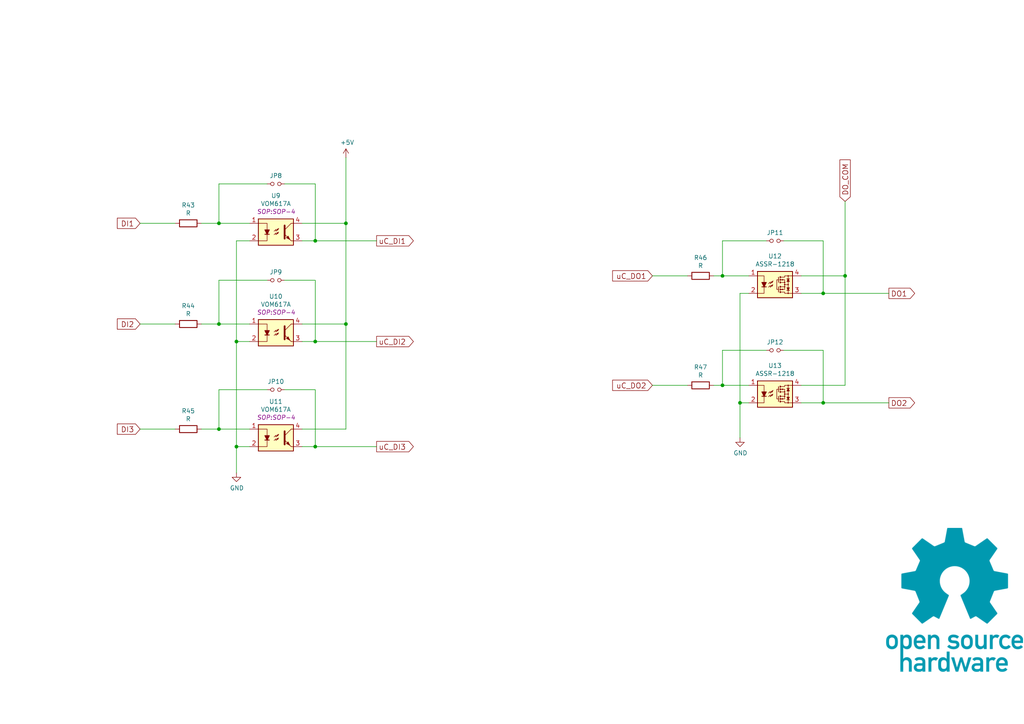
<source format=kicad_sch>
(kicad_sch (version 20231120) (generator "eeschema") (generator_version "8.0")
  (paper "A4")
  (title_block (title "Acondicionamiento E/S proposito general") (date "2016-08-18") (rev "V.0.1") (company "ATMEGA328-Motor-Board") (comment 2 "Creada por Antonio Morales") (comment 3 "Documentación en https://github.com/AntonioMR/ATMEGA328-Motor-Board") (comment 4 "ATMEGA328-Motor-Board"))
  (lib_symbols
    (symbol "ATMEGA328_Motor_Board-rescue:+5V" (power) (pin_names (offset 0))
      (property "Value" "+5V" (at 0 3.556 0))
      (symbol "+5V_0_1"
        (polyline (pts (xy -0.762 1.27) (xy 0 2.54)))
        (polyline (pts (xy 0 0) (xy 0 2.54)))
        (polyline (pts (xy 0 2.54) (xy 0.762 1.27)))
      )
      (symbol "+5V_1_1"
        (pin power_in line (at 0 0 90) (length 0) hide (name "+5V") (number "1"))
      )
    )
    (symbol "ATMEGA328_Motor_Board-rescue:ASSR-1218" (pin_names (offset 1.016))
      (property "Reference" "U" (at -5.08 5.08 0))
      (property "Value" "ASSR-1218" (at 0 5.08 0))
      (property "Footprint" "Opto-Devices:Optocoupler_SMD_ReflowWaveSoldering_KPC357_LTV35x_PC357_SingleChannel" (at -5.08 -5.08 0))
      (symbol "ASSR-1218_0_1"
        (rectangle (start -5.08 3.81) (end 5.08 -3.81) (stroke (width 0.254)) (fill (type background)))
        (polyline (pts (xy -3.81 -0.635) (xy -2.54 -0.635)) (stroke (width 0.254)))
        (polyline (pts (xy 1.016 -0.635) (xy 1.016 -2.159)) (stroke (width 0.2032)))
        (polyline (pts (xy 1.016 2.159) (xy 1.016 0.635)) (stroke (width 0.2032)))
        (polyline (pts (xy 1.524 -0.508) (xy 1.524 -0.762)) (stroke (width 0.3556)))
        (polyline (pts (xy 2.794 0) (xy 3.81 0)))
        (polyline (pts (xy 3.429 -1.651) (xy 4.191 -1.651)) (stroke (width 0.2032)))
        (polyline (pts (xy 3.429 1.651) (xy 4.191 1.651)) (stroke (width 0.2032)))
        (polyline (pts (xy 3.81 0) (xy 3.81 -2.54)))
        (polyline (pts (xy 3.81 0) (xy 3.81 2.54)))
        (polyline (pts (xy -5.08 2.54) (xy -3.175 2.54) (xy -3.175 0.635)))
        (polyline (pts (xy -3.175 -0.635) (xy -3.175 -2.54) (xy -5.08 -2.54)))
        (polyline (pts (xy 1.524 -2.032) (xy 1.524 -2.286) (xy 1.524 -2.286)) (stroke (width 0.3556)))
        (polyline (pts (xy 1.524 -1.27) (xy 1.524 -1.524) (xy 1.524 -1.524)) (stroke (width 0.3556)))
        (polyline (pts (xy 1.524 0.762) (xy 1.524 0.508) (xy 1.524 0.508)) (stroke (width 0.3556)))
        (polyline (pts (xy 1.524 1.524) (xy 1.524 1.27) (xy 1.524 1.27)) (stroke (width 0.3556)))
        (polyline (pts (xy 1.524 2.286) (xy 1.524 2.032) (xy 1.524 2.032)) (stroke (width 0.3556)))
        (polyline (pts (xy 1.651 -1.397) (xy 2.794 -1.397) (xy 2.794 -0.635)))
        (polyline (pts (xy 1.651 1.397) (xy 2.794 1.397) (xy 2.794 0.635)))
        (polyline (pts (xy -3.175 -0.635) (xy -3.81 0.635) (xy -2.54 0.635) (xy -3.175 -0.635)) (stroke (width 0.254)) (fill (type outline)))
        (polyline (pts (xy -1.905 0.254) (xy -1.3716 0.762) (xy -1.3716 0.254) (xy -0.6096 1.016)))
        (polyline (pts (xy -0.6096 1.016) (xy -1.1176 0.762) (xy -0.8636 0.508) (xy -0.6096 1.016)))
        (polyline (pts (xy 1.016 -1.397) (xy 0.508 -1.397) (xy 0.508 1.397) (xy 1.016 1.397)))
        (polyline (pts (xy 1.651 -2.159) (xy 2.794 -2.159) (xy 2.794 -2.54) (xy 5.08 -2.54)))
        (polyline (pts (xy 1.651 -0.635) (xy 2.794 -0.635) (xy 2.794 0.635) (xy 1.651 0.635)))
        (polyline (pts (xy 1.651 2.159) (xy 2.794 2.159) (xy 2.794 2.54) (xy 5.08 2.54)))
        (polyline (pts (xy 1.778 -1.397) (xy 2.286 -1.27) (xy 2.286 -1.524) (xy 1.778 -1.397)))
        (polyline (pts (xy 1.778 1.397) (xy 2.286 1.524) (xy 2.286 1.27) (xy 1.778 1.397)))
        (polyline (pts (xy 3.81 -1.651) (xy 3.429 -0.889) (xy 4.191 -0.889) (xy 3.81 -1.651)) (fill (type outline)))
        (polyline (pts (xy 3.81 1.651) (xy 3.429 0.889) (xy 4.191 0.889) (xy 3.81 1.651)) (fill (type outline)))
        (polyline (pts (xy -1.905 -0.762) (xy -1.3716 -0.254) (xy -1.3716 -0.762) (xy -0.6096 0) (xy -1.1176 -0.254) (xy -0.8636 -0.508) (xy -0.6096 0)))
        (circle (center 2.794 -0.635) (radius 0.127))
        (circle (center 2.794 0) (radius 0.127))
        (circle (center 2.794 0.635) (radius 0.127))
        (circle (center 3.81 -2.54) (radius 0.127))
        (circle (center 3.81 0) (radius 0.127))
        (circle (center 3.81 2.54) (radius 0.127))
      )
      (symbol "ASSR-1218_1_1"
        (pin passive line (at -7.62 2.54 0) (length 2.54) (name "~") (number "1"))
        (pin passive line (at -7.62 -2.54 0) (length 2.54) (name "~") (number "2"))
        (pin passive line (at 7.62 -2.54 180) (length 2.54) (name "~") (number "3"))
        (pin passive line (at 7.62 2.54 180) (length 2.54) (name "~") (number "4"))
      )
    )
    (symbol "ATMEGA328_Motor_Board-rescue:GND" (power) (pin_names (offset 0))
      (property "Value" "GND" (at 0 -3.81 0))
      (symbol "GND_0_1"
        (polyline (pts (xy 0 0) (xy 0 -1.27) (xy 1.27 -1.27) (xy 0 -2.54) (xy -1.27 -1.27) (xy 0 -1.27)))
      )
      (symbol "GND_1_1"
        (pin power_in line (at 0 0 270) (length 0) hide (name "GND") (number "1"))
      )
    )
    (symbol "ATMEGA328_Motor_Board-rescue:Jumper_NO_Small" (pin_numbers hide) (pin_names (offset 0.762) hide)
      (property "Reference" "JP" (at 0 2.032 0))
      (symbol "Jumper_NO_Small_0_1"
        (circle (center -1.016 0) (radius 0.508))
        (circle (center 1.016 0) (radius 0.508))
        (pin passive line (at -2.54 0 0) (length 1.016) (name "1") (number "1"))
        (pin passive line (at 2.54 0 180) (length 1.016) (name "2") (number "2"))
      )
    )
    (symbol "ATMEGA328_Motor_Board-rescue:R" (pin_numbers hide) (pin_names (offset 0))
      (property "Reference" "R" (at 2.032 0 90))
      (property "Value" "R" (at 0 0 90))
      (symbol "R_0_1"
        (rectangle (start -1.016 -2.54) (end 1.016 2.54) (stroke (width 0.254)))
      )
      (symbol "R_1_1"
        (pin passive line (at 0 3.81 270) (length 1.27) (name "~") (number "1"))
        (pin passive line (at 0 -3.81 90) (length 1.27) (name "~") (number "2"))
      )
    )
    (symbol "ATMEGA328_Motor_Board-rescue:VOM617A" (pin_names (offset 1.016))
      (property "Reference" "U" (at -5.08 5.08 0))
      (property "Value" "VOM617A" (at 0 5.08 0))
      (property "Footprint" "SOP-4" (at -5.08 -5.08 0))
      (symbol "VOM617A_0_1"
        (rectangle (start -5.08 3.81) (end 5.08 -3.81) (stroke (width 0.254)) (fill (type background)))
        (polyline (pts (xy -3.175 -0.635) (xy -1.905 -0.635)) (stroke (width 0.254)))
        (polyline (pts (xy 2.54 0.635) (xy 4.445 2.54)))
        (polyline (pts (xy 4.445 -2.54) (xy 2.54 -0.635)) (fill (type outline)))
        (polyline (pts (xy 4.445 -2.54) (xy 5.08 -2.54)))
        (polyline (pts (xy 4.445 2.54) (xy 5.08 2.54)))
        (polyline (pts (xy -5.08 2.54) (xy -2.54 2.54) (xy -2.54 0.635)))
        (polyline (pts (xy -2.54 -0.635) (xy -2.54 -2.54) (xy -5.08 -2.54)))
        (polyline (pts (xy 2.54 1.905) (xy 2.54 -1.905) (xy 2.54 -1.905)) (stroke (width 0.508)))
        (polyline (pts (xy -2.54 -0.635) (xy -3.175 0.635) (xy -1.905 0.635) (xy -2.54 -0.635)) (stroke (width 0.254)) (fill (type outline)))
        (polyline (pts (xy -0.508 0.254) (xy 0.0254 0.762) (xy 0.0254 0.254) (xy 0.7874 1.016)))
        (polyline (pts (xy 0.7874 1.016) (xy 0.2794 0.762) (xy 0.5334 0.508) (xy 0.7874 1.016)))
        (polyline (pts (xy 3.048 -1.651) (xy 3.556 -1.143) (xy 4.064 -2.159) (xy 3.048 -1.651) (xy 3.048 -1.651)) (fill (type outline)))
        (polyline (pts (xy -0.508 -0.762) (xy 0.0254 -0.254) (xy 0.0254 -0.762) (xy 0.7874 0) (xy 0.2794 -0.254) (xy 0.5334 -0.508) (xy 0.7874 0)))
      )
      (symbol "VOM617A_1_1"
        (pin passive line (at -7.62 2.54 0) (length 2.54) (name "~") (number "1"))
        (pin passive line (at -7.62 -2.54 0) (length 2.54) (name "~") (number "2"))
        (pin passive line (at 7.62 -2.54 180) (length 2.54) (name "~") (number "3"))
        (pin passive line (at 7.62 2.54 180) (length 2.54) (name "~") (number "4"))
      )
    )
  )
  (junction (at 209.55 80.01))
  (junction (at 238.76 116.84))
  (junction (at 100.33 93.98))
  (junction (at 238.76 85.09))
  (junction (at 63.5 124.46))
  (junction (at 63.5 64.77))
  (junction (at 209.55 111.76))
  (junction (at 91.44 99.06))
  (junction (at 91.44 69.85))
  (junction (at 68.58 99.06))
  (junction (at 68.58 129.54))
  (junction (at 245.11 80.01))
  (junction (at 63.5 93.98))
  (junction (at 214.63 116.84))
  (junction (at 100.33 64.77))
  (junction (at 91.44 129.54))
  (wire (pts (xy 189.23 80.01) (xy 199.39 80.01)))
  (wire (pts (xy 87.63 93.98) (xy 100.33 93.98)))
  (wire (pts (xy 72.39 129.54) (xy 68.58 129.54)))
  (wire (pts (xy 50.8 124.46) (xy 40.64 124.46)))
  (wire (pts (xy 100.33 124.46) (xy 100.33 93.98)))
  (wire (pts (xy 238.76 85.09) (xy 257.81 85.09)))
  (wire (pts (xy 63.5 64.77) (xy 63.5 53.34)))
  (wire (pts (xy 68.58 69.85) (xy 68.58 99.06)))
  (wire (pts (xy 82.55 81.28) (xy 91.44 81.28)))
  (wire (pts (xy 238.76 69.85) (xy 238.76 85.09)))
  (wire (pts (xy 217.17 116.84) (xy 214.63 116.84)))
  (wire (pts (xy 87.63 99.06) (xy 91.44 99.06)))
  (wire (pts (xy 227.33 69.85) (xy 238.76 69.85)))
  (wire (pts (xy 217.17 80.01) (xy 209.55 80.01)))
  (wire (pts (xy 214.63 85.09) (xy 214.63 116.84)))
  (wire (pts (xy 209.55 80.01) (xy 207.01 80.01)))
  (wire (pts (xy 63.5 93.98) (xy 72.39 93.98)))
  (wire (pts (xy 91.44 69.85) (xy 109.22 69.85)))
  (wire (pts (xy 68.58 129.54) (xy 68.58 137.16)))
  (wire (pts (xy 63.5 93.98) (xy 63.5 81.28)))
  (wire (pts (xy 227.33 101.6) (xy 238.76 101.6)))
  (wire (pts (xy 232.41 116.84) (xy 238.76 116.84)))
  (wire (pts (xy 222.25 101.6) (xy 209.55 101.6)))
  (wire (pts (xy 58.42 64.77) (xy 63.5 64.77)))
  (wire (pts (xy 232.41 80.01) (xy 245.11 80.01)))
  (wire (pts (xy 63.5 81.28) (xy 77.47 81.28)))
  (wire (pts (xy 245.11 111.76) (xy 232.41 111.76)))
  (wire (pts (xy 214.63 116.84) (xy 214.63 127)))
  (wire (pts (xy 87.63 64.77) (xy 100.33 64.77)))
  (wire (pts (xy 63.5 64.77) (xy 72.39 64.77)))
  (wire (pts (xy 232.41 85.09) (xy 238.76 85.09)))
  (wire (pts (xy 238.76 101.6) (xy 238.76 116.84)))
  (wire (pts (xy 209.55 69.85) (xy 209.55 80.01)))
  (wire (pts (xy 87.63 69.85) (xy 91.44 69.85)))
  (wire (pts (xy 91.44 129.54) (xy 109.22 129.54)))
  (wire (pts (xy 68.58 99.06) (xy 68.58 129.54)))
  (wire (pts (xy 189.23 111.76) (xy 199.39 111.76)))
  (wire (pts (xy 209.55 101.6) (xy 209.55 111.76)))
  (wire (pts (xy 63.5 113.03) (xy 63.5 124.46)))
  (wire (pts (xy 72.39 69.85) (xy 68.58 69.85)))
  (wire (pts (xy 87.63 124.46) (xy 100.33 124.46)))
  (wire (pts (xy 82.55 53.34) (xy 91.44 53.34)))
  (wire (pts (xy 91.44 113.03) (xy 91.44 129.54)))
  (wire (pts (xy 100.33 93.98) (xy 100.33 64.77)))
  (wire (pts (xy 214.63 85.09) (xy 217.17 85.09)))
  (wire (pts (xy 77.47 113.03) (xy 63.5 113.03)))
  (wire (pts (xy 68.58 99.06) (xy 72.39 99.06)))
  (wire (pts (xy 245.11 80.01) (xy 245.11 111.76)))
  (wire (pts (xy 91.44 53.34) (xy 91.44 69.85)))
  (wire (pts (xy 82.55 113.03) (xy 91.44 113.03)))
  (wire (pts (xy 91.44 99.06) (xy 109.22 99.06)))
  (wire (pts (xy 87.63 129.54) (xy 91.44 129.54)))
  (wire (pts (xy 40.64 93.98) (xy 50.8 93.98)))
  (wire (pts (xy 100.33 64.77) (xy 100.33 45.72)))
  (wire (pts (xy 222.25 69.85) (xy 209.55 69.85)))
  (wire (pts (xy 58.42 124.46) (xy 63.5 124.46)))
  (wire (pts (xy 91.44 81.28) (xy 91.44 99.06)))
  (wire (pts (xy 245.11 58.42) (xy 245.11 80.01)))
  (wire (pts (xy 58.42 93.98) (xy 63.5 93.98)))
  (wire (pts (xy 40.64 64.77) (xy 50.8 64.77)))
  (wire (pts (xy 238.76 116.84) (xy 257.81 116.84)))
  (wire (pts (xy 207.01 111.76) (xy 209.55 111.76)))
  (wire (pts (xy 63.5 53.34) (xy 77.47 53.34)))
  (wire (pts (xy 209.55 111.76) (xy 217.17 111.76)))
  (wire (pts (xy 63.5 124.46) (xy 72.39 124.46)))
  (image (at 276.86 173.99) (scale 1.32))
  (global_label "uC_DI2" (shape output) (at 109.22 99.06 0) (effects (font (size 1.524 1.524))) (property "Intersheetrefs" "${INTERSHEET_REFS}" (effects (hide yes))))
  (global_label "uC_DO1" (shape input) (at 189.23 80.01 180) (effects (font (size 1.524 1.524))) (property "Intersheetrefs" "${INTERSHEET_REFS}" (effects (hide yes))))
  (global_label "DO_COM" (shape input) (at 245.11 58.42 90) (effects (font (size 1.524 1.524))) (property "Intersheetrefs" "${INTERSHEET_REFS}" (effects (hide yes))))
  (global_label "DO1" (shape output) (at 257.81 85.09 0) (effects (font (size 1.524 1.524))) (property "Intersheetrefs" "${INTERSHEET_REFS}" (effects (hide yes))))
  (global_label "uC_DI3" (shape output) (at 109.22 129.54 0) (effects (font (size 1.524 1.524))) (property "Intersheetrefs" "${INTERSHEET_REFS}" (effects (hide yes))))
  (global_label "DI3" (shape input) (at 40.64 124.46 180) (effects (font (size 1.524 1.524))) (property "Intersheetrefs" "${INTERSHEET_REFS}" (effects (hide yes))))
  (global_label "uC_DO2" (shape input) (at 189.23 111.76 180) (effects (font (size 1.524 1.524))) (property "Intersheetrefs" "${INTERSHEET_REFS}" (effects (hide yes))))
  (global_label "DI1" (shape input) (at 40.64 64.77 180) (effects (font (size 1.524 1.524))) (property "Intersheetrefs" "${INTERSHEET_REFS}" (effects (hide yes))))
  (global_label "DI2" (shape input) (at 40.64 93.98 180) (effects (font (size 1.524 1.524))) (property "Intersheetrefs" "${INTERSHEET_REFS}" (effects (hide yes))))
  (global_label "uC_DI1" (shape output) (at 109.22 69.85 0) (effects (font (size 1.524 1.524))) (property "Intersheetrefs" "${INTERSHEET_REFS}" (effects (hide yes))))
  (global_label "DO2" (shape output) (at 257.81 116.84 0) (effects (font (size 1.524 1.524))) (property "Intersheetrefs" "${INTERSHEET_REFS}" (effects (hide yes))))
  (symbol (lib_id "ATMEGA328_Motor_Board-rescue:ASSR-1218") (at 224.79 82.55 0) (unit 1)
    (property "Reference" "U12" (at 224.79 74.295 0))
    (property "Value" "ASSR-1218" (at 224.79 76.6064 0))
    (property "Footprint" "SOP:SOP-4" (effects (hide yes)))
  )
  (symbol (lib_id "ATMEGA328_Motor_Board-rescue:ASSR-1218") (at 224.79 114.3 0) (unit 1)
    (property "Reference" "U13" (at 224.79 106.045 0))
    (property "Value" "ASSR-1218" (at 224.79 108.3564 0))
    (property "Footprint" "SOP:SOP-4" (effects (hide yes)))
  )
  (symbol (lib_id "ATMEGA328_Motor_Board-rescue:R") (at 203.2 80.01 270) (unit 1)
    (property "Reference" "R46" (at 203.2 74.7522 90))
    (property "Value" "R" (at 203.2 77.0636 90))
    (property "Footprint" "Resistors_SMD:R_0805" (effects (hide yes)))
  )
  (symbol (lib_id "ATMEGA328_Motor_Board-rescue:R") (at 203.2 111.76 270) (unit 1)
    (property "Reference" "R47" (at 203.2 106.5022 90))
    (property "Value" "R" (at 203.2 108.8136 90))
    (property "Footprint" "Resistors_SMD:R_0805" (effects (hide yes)))
  )
  (symbol (lib_id "ATMEGA328_Motor_Board-rescue:GND") (at 214.63 127 0) (unit 1)
    (property "Reference" "#PWR0108" (effects (hide yes)))
    (property "Value" "GND" (at 214.757 131.3942 0))
  )
  (symbol (lib_id "ATMEGA328_Motor_Board-rescue:VOM617A") (at 80.01 67.31 0) (unit 1)
    (property "Reference" "U9" (at 80.01 56.769 0))
    (property "Value" "VOM617A" (at 80.01 59.0804 0))
    (property "Footprint" "SOP:SOP-4" (at 80.01 61.3918 0) (effects (font (italic yes))))
    (property "Rs" "773-0234" (effects (hide yes)))
    (property "Fabricante" "VISHAY" (effects (hide yes)))
    (property "Ref" "VOM617A-2X001T" (effects (hide yes)))
  )
  (symbol (lib_id "ATMEGA328_Motor_Board-rescue:VOM617A") (at 80.01 96.52 0) (unit 1)
    (property "Reference" "U10" (at 80.01 85.979 0))
    (property "Value" "VOM617A" (at 80.01 88.2904 0))
    (property "Footprint" "SOP:SOP-4" (at 80.01 90.6018 0) (effects (font (italic yes))))
    (property "Rs" "773-0234" (effects (hide yes)))
    (property "Fabricante" "VISHAY" (effects (hide yes)))
    (property "Ref" "VOM617A-2X001T" (effects (hide yes)))
  )
  (symbol (lib_id "ATMEGA328_Motor_Board-rescue:VOM617A") (at 80.01 127 0) (unit 1)
    (property "Reference" "U11" (at 80.01 116.459 0))
    (property "Value" "VOM617A" (at 80.01 118.7704 0))
    (property "Footprint" "SOP:SOP-4" (at 80.01 121.0818 0) (effects (font (italic yes))))
    (property "Rs" "773-0234" (effects (hide yes)))
    (property "Fabricante" "VISHAY" (effects (hide yes)))
    (property "Ref" "VOM617A-2X001T" (effects (hide yes)))
  )
  (symbol (lib_id "ATMEGA328_Motor_Board-rescue:R") (at 54.61 124.46 270) (unit 1)
    (property "Reference" "R45" (at 54.61 119.2022 90))
    (property "Value" "R" (at 54.61 121.5136 90))
    (property "Footprint" "Resistors_SMD:R_0805" (effects (hide yes)))
  )
  (symbol (lib_id "ATMEGA328_Motor_Board-rescue:R") (at 54.61 93.98 270) (unit 1)
    (property "Reference" "R44" (at 54.61 88.7222 90))
    (property "Value" "R" (at 54.61 91.0336 90))
    (property "Footprint" "Resistors_SMD:R_0805" (effects (hide yes)))
  )
  (symbol (lib_id "ATMEGA328_Motor_Board-rescue:R") (at 54.61 64.77 270) (unit 1)
    (property "Reference" "R43" (at 54.61 59.5122 90))
    (property "Value" "R" (at 54.61 61.8236 90))
    (property "Footprint" "Resistors_SMD:R_0805" (effects (hide yes)))
  )
  (symbol (lib_id "ATMEGA328_Motor_Board-rescue:GND") (at 68.58 137.16 0) (unit 1)
    (property "Reference" "#PWR0109" (effects (hide yes)))
    (property "Value" "GND" (at 68.707 141.5542 0))
  )
  (symbol (lib_id "ATMEGA328_Motor_Board-rescue:+5V") (at 100.33 45.72 0) (unit 1)
    (property "Reference" "#PWR0110" (effects (hide yes)))
    (property "Value" "+5V" (at 100.711 41.3258 0))
  )
  (symbol (lib_id "ATMEGA328_Motor_Board-rescue:Jumper_NO_Small") (at 80.01 53.34 0) (unit 1)
    (property "Reference" "JP8" (at 80.01 50.9778 0))
    (property "Value" "Jumper_NO_Small" (effects (hide yes)))
    (property "Footprint" "Vias:JMP_0603" (effects (hide yes)))
  )
  (symbol (lib_id "ATMEGA328_Motor_Board-rescue:Jumper_NO_Small") (at 80.01 81.28 0) (unit 1)
    (property "Reference" "JP9" (at 80.01 78.9178 0))
    (property "Value" "Jumper_NO_Small" (effects (hide yes)))
    (property "Footprint" "Vias:JMP_0603" (effects (hide yes)))
  )
  (symbol (lib_id "ATMEGA328_Motor_Board-rescue:Jumper_NO_Small") (at 80.01 113.03 0) (unit 1)
    (property "Reference" "JP10" (at 80.01 110.6678 0))
    (property "Value" "Jumper_NO_Small" (effects (hide yes)))
    (property "Footprint" "Vias:JMP_0603" (effects (hide yes)))
  )
  (symbol (lib_id "ATMEGA328_Motor_Board-rescue:Jumper_NO_Small") (at 224.79 101.6 0) (unit 1)
    (property "Reference" "JP12" (at 224.79 99.2378 0))
    (property "Value" "Jumper_NO_Small" (effects (hide yes)))
    (property "Footprint" "Vias:JMP_0603" (effects (hide yes)))
  )
  (symbol (lib_id "ATMEGA328_Motor_Board-rescue:Jumper_NO_Small") (at 224.79 69.85 0) (unit 1)
    (property "Reference" "JP11" (at 224.79 67.4878 0))
    (property "Value" "Jumper_NO_Small" (effects (hide yes)))
    (property "Footprint" "Vias:JMP_0603" (effects (hide yes)))
  )
)
</source>
